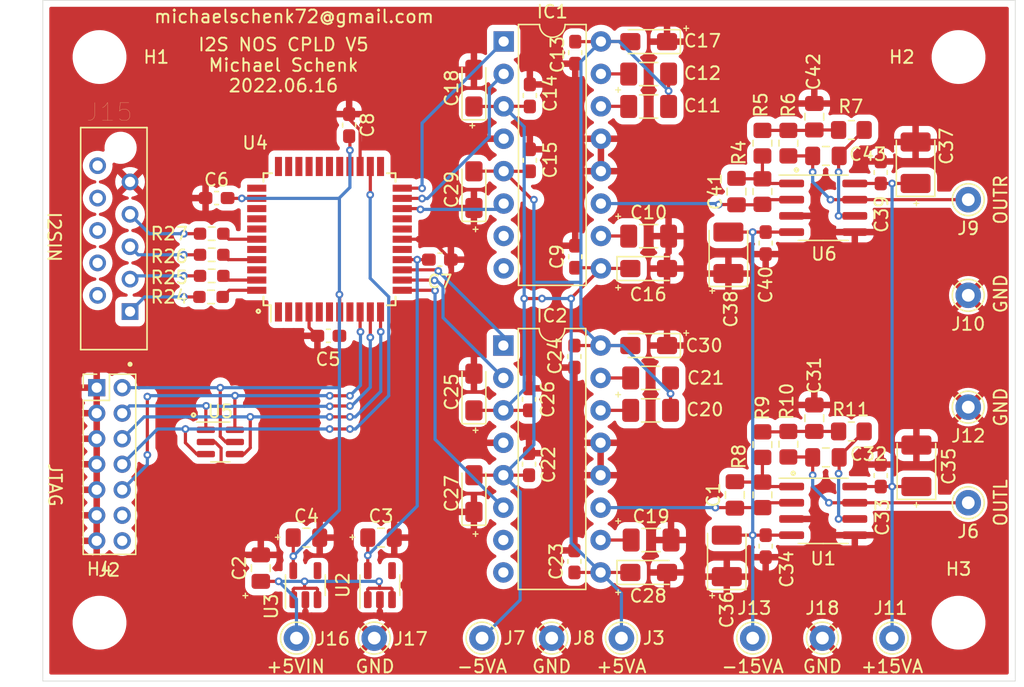
<source format=kicad_pcb>
(kicad_pcb (version 20211014) (generator pcbnew)
  (layers (0 "F.Cu" mixed) (31 "B.Cu" mixed) (34 "B.Paste" user) (35 "F.Paste" user) (36 "B.SilkS" user "B.Silkscreen") (37 "F.SilkS" user "F.Silkscreen") (38 "B.Mask" user) (39 "F.Mask" user) (44 "Edge.Cuts" user))
  (net 0 "")
  (net 1 "GND")
  (net 2 "+3V3")
  (net 3 "+1V8")
  (net 4 "Net-(C2-Pad1)")
  (net 5 "JTAG_TCK")
  (net 6 "JTAG_TDO")
  (net 7 "JTAG_TDI")
  (net 8 "JTAG_TMS")
  (net 9 "MCLK")
  (net 10 "BCK")
  (net 11 "LRCK")
  (net 12 "DATAIN")
  (net 13 "DATAOUTR")
  (net 14 "DATAOUTL")
  (net 15 "+5VA")
  (net 16 "Net-(C10-Pad1)")
  (net 17 "-5VA")
  (net 18 "Net-(C11-Pad1)")
  (net 19 "Net-(C12-Pad1)")
  (net 20 "-15V")
  (net 21 "+15V")
  (net 22 "Net-(C19-Pad1)")
  (net 23 "Net-(C20-Pad1)")
  (net 24 "Net-(C21-Pad1)")
  (net 25 "LEOUTR")
  (net 26 "CLKOUTR")
  (net 27 "LEOUTL")
  (net 28 "CLKOUTL")
  (net 29 "Net-(C1-Pad2)")
  (net 30 "Net-(C1-Pad1)")
  (net 31 "Net-(C31-Pad1)")
  (net 32 "Net-(C32-Pad2)")
  (net 33 "Net-(C32-Pad1)")
  (net 34 "Net-(C41-Pad2)")
  (net 35 "Net-(C41-Pad1)")
  (net 36 "Net-(C42-Pad1)")
  (net 37 "Net-(C43-Pad2)")
  (net 38 "Net-(C43-Pad1)")
  (net 39 "Net-(J15-Pad1)")
  (net 40 "Net-(J15-Pad3)")
  (net 41 "Net-(J15-Pad5)")
  (net 42 "Net-(J15-Pad7)")
  (footprint "MountingHole:MountingHole_3.2mm_M3" (layer "F.Cu") (at 113.03 66.04)
    (fp_text reference "H1")
    (fp_text value "MountingHole")
  )
  (footprint "MountingHole:MountingHole_3.2mm_M3" (layer "F.Cu") (at 113.03 110.363)
    (fp_text reference "H4")
    (fp_text value "MountingHole")
  )
  (footprint "kicad-snk:TE_CONN_RCPT_10POS_0.1_TIN_PCB" (layer "F.Cu") (at 115.421 85.982 90)
    (fp_text reference "J15")
    (fp_text value "A")
  )
  (footprint "Resistor_SMD:R_0603_1608Metric_Pad0.98x0.95mm_HandSolder" (layer "F.Cu") (at 121.7695 84.836)
    (fp_text reference "R24")
    (fp_text value "33R")
  )
  (footprint "Resistor_SMD:R_0603_1608Metric_Pad0.98x0.95mm_HandSolder" (layer "F.Cu") (at 121.8165 83.185)
    (fp_text reference "R25")
    (fp_text value "33R")
  )
  (footprint "Resistor_SMD:R_0603_1608Metric_Pad0.98x0.95mm_HandSolder" (layer "F.Cu") (at 121.8165 81.534)
    (fp_text reference "R26")
    (fp_text value "33R")
  )
  (footprint "Resistor_SMD:R_0603_1608Metric_Pad0.98x0.95mm_HandSolder" (layer "F.Cu") (at 121.8165 79.883)
    (fp_text reference "R27")
    (fp_text value "33R")
  )
  (footprint "MountingHole:MountingHole_3.2mm_M3" (layer "F.Cu") (at 180.34 110.363)
    (fp_text reference "H3")
    (fp_text value "MountingHole")
  )
  (footprint "MountingHole:MountingHole_3.2mm_M3" (layer "F.Cu") (at 180.34 66.04)
    (fp_text reference "H2")
    (fp_text value "MountingHole")
  )
  (footprint "Capacitor_SMD:C_0603_1608Metric_Pad1.08x0.95mm_HandSolder" (layer "F.Cu") (at 130.9635 87.884)
    (fp_text reference "C5")
    (fp_text value "100nF")
  )
  (footprint "Package_QFP:TQFP-44_10x10mm_P0.8mm" (layer "F.Cu") (at 131.049 80.315 90)
    (fp_text reference "U4")
    (fp_text value "XC2C64A-xVQ44")
  )
  (footprint "Capacitor_SMD:C_0603_1608Metric_Pad1.08x0.95mm_HandSolder" (layer "F.Cu") (at 122.2005 77.089)
    (fp_text reference "C6")
    (fp_text value "100nF")
  )
  (footprint "Capacitor_SMD:C_0603_1608Metric_Pad1.08x0.95mm_HandSolder" (layer "F.Cu") (at 139.7 81.915 180)
    (fp_text reference "C7")
    (fp_text value "100nF")
  )
  (footprint "Capacitor_SMD:C_0603_1608Metric_Pad1.08x0.95mm_HandSolder" (layer "F.Cu") (at 132.588 71.374 -90)
    (fp_text reference "C8")
    (fp_text value "100nF")
  )
  (footprint "Connector_PinHeader_2.00mm:PinHeader_2x07_P2.00mm_Vertical" (layer "F.Cu") (at 112.808 91.948)
    (fp_text reference "J2")
    (fp_text value "Conn_02x07_Odd_Even")
  )
  (footprint "Package_SO:SC-74-6_1.5x2.9mm_P0.95mm" (layer "F.Cu") (at 122.497 96.2025)
    (fp_text reference "U5")
    (fp_text value "CM1293A−04SO")
  )
  (footprint "Connector_Pin:Pin_D1.0mm_L10.0mm" (layer "F.Cu") (at 181.102 84.709)
    (fp_text reference "J10")
    (fp_text value "GND")
  )
  (footprint "Connector_Pin:Pin_D1.0mm_L10.0mm" (layer "F.Cu") (at 175.133 111.5695)
    (fp_text reference "J11")
    (fp_text value "+15VAIN")
  )
  (footprint "Connector_Pin:Pin_D1.0mm_L10.0mm" (layer "F.Cu") (at 164.211 111.5695)
    (fp_text reference "J13")
    (fp_text value "-15VAIN")
  )
  (footprint "Connector_Pin:Pin_D1.0mm_L10.0mm" (layer "F.Cu") (at 169.672 111.5695)
    (fp_text reference "J18")
    (fp_text value "GND")
  )
  (footprint "Capacitor_SMD:C_1206_3216Metric_Pad1.33x1.80mm_HandSolder" (layer "F.Cu") (at 156.2485 103.886)
    (fp_text reference "C19")
    (fp_text value "100uF")
  )
  (footprint "Capacitor_SMD:C_1206_3216Metric_Pad1.33x1.80mm_HandSolder" (layer "F.Cu") (at 156.21 93.726)
    (fp_text reference "C20")
    (fp_text value "100uF")
  )
  (footprint "Capacitor_SMD:C_1206_3216Metric_Pad1.33x1.80mm_HandSolder" (layer "F.Cu") (at 156.21 91.186)
    (fp_text reference "C21")
    (fp_text value "100uF")
  )
  (footprint "Package_DIP:DIP-16_W7.62mm" (layer "F.Cu") (at 144.674 88.646)
    (fp_text reference "IC2")
    (fp_text value "PCM1702P")
  )
  (footprint "Connector_Pin:Pin_D1.0mm_L10.0mm" (layer "F.Cu") (at 181.102 100.965)
    (fp_text reference "J6")
    (fp_text value "OUT")
  )
  (footprint "Connector_Pin:Pin_D1.0mm_L10.0mm" (layer "F.Cu") (at 181.102 93.472)
    (fp_text reference "J12")
    (fp_text value "GND")
  )
  (footprint "Capacitor_SMD:C_0805_2012Metric_Pad1.18x1.45mm_HandSolder" (layer "F.Cu") (at 162.814 100.3515 90)
    (fp_text reference "C1")
    (fp_text value "220pF")
  )
  (footprint "Capacitor_SMD:C_0805_2012Metric_Pad1.18x1.45mm_HandSolder" (layer "F.Cu") (at 169.037 94.3395 90)
    (fp_text reference "C31")
    (fp_text value "2n2")
  )
  (footprint "Capacitor_SMD:C_0805_2012Metric_Pad1.18x1.45mm_HandSolder" (layer "F.Cu") (at 169.9475 97.409)
    (fp_text reference "C32")
    (fp_text value "560p")
  )
  (footprint "Capacitor_Tantalum_SMD:CP_EIA-3528-21_Kemet-B_Pad1.50x2.35mm_HandSolder" (layer "F.Cu") (at 177.038 98.07 90)
    (fp_text reference "C35")
    (fp_text value "10uF/25V")
  )
  (footprint "Capacitor_Tantalum_SMD:CP_EIA-3528-21_Kemet-B_Pad1.50x2.35mm_HandSolder" (layer "F.Cu") (at 162.179 105.13 90)
    (fp_text reference "C36")
    (fp_text value "10uF/25V")
  )
  (footprint "Resistor_SMD:R_0805_2012Metric_Pad1.20x1.40mm_HandSolder" (layer "F.Cu") (at 164.973 100.346 -90)
    (fp_text reference "R8")
    (fp_text value "2.5k")
  )
  (footprint "Resistor_SMD:R_0805_2012Metric_Pad1.20x1.40mm_HandSolder" (layer "F.Cu") (at 164.973 96.409 -90)
    (fp_text reference "R9")
    (fp_text value "4.7k")
  )
  (footprint "Resistor_SMD:R_0805_2012Metric_Pad1.20x1.40mm_HandSolder" (layer "F.Cu") (at 167.005 96.377 -90)
    (fp_text reference "R10")
    (fp_text value "4.7k")
  )
  (footprint "Resistor_SMD:R_0805_2012Metric_Pad1.20x1.40mm_HandSolder" (layer "F.Cu") (at 171.942 95.377 180)
    (fp_text reference "R11")
    (fp_text value "2k")
  )
  (footprint "Capacitor_SMD:C_0603_1608Metric_Pad1.08x0.95mm_HandSolder" (layer "F.Cu") (at 174.244 98.8325 90)
    (fp_text reference "C33")
    (fp_text value "100nF")
  )
  (footprint "Capacitor_SMD:C_0603_1608Metric_Pad1.08x0.95mm_HandSolder" (layer "F.Cu") (at 165.227 104.3675 90)
    (fp_text reference "C34")
    (fp_text value "100nF")
  )
  (footprint "Package_SO:SOIC-8_3.9x4.9mm_P1.27mm" (layer "F.Cu") (at 169.737 101.6)
    (fp_text reference "U1")
    (fp_text value "OPA1612")
  )
  (footprint "Capacitor_Tantalum_SMD:CP_EIA-3216-18_Kemet-A_Pad1.58x1.35mm_HandSolder" (layer "F.Cu") (at 142.367 92.2885 90)
    (fp_text reference "C25")
    (fp_text value "10uF/10V")
  )
  (footprint "Capacitor_Tantalum_SMD:CP_EIA-3216-18_Kemet-A_Pad1.58x1.35mm_HandSolder" (layer "F.Cu") (at 142.367 100.2435 90)
    (fp_text reference "C27")
    (fp_text value "10uF/10V")
  )
  (footprint "Capacitor_Tantalum_SMD:CP_EIA-3216-18_Kemet-A_Pad1.58x1.35mm_HandSolder" (layer "F.Cu") (at 156.06 106.426)
    (fp_text reference "C28")
    (fp_text value "10uF/25V")
  )
  (footprint "Capacitor_Tantalum_SMD:CP_EIA-3216-18_Kemet-A_Pad1.58x1.35mm_HandSolder" (layer "F.Cu") (at 156.06 88.646 180)
    (fp_text reference "C30")
    (fp_text value "10uF/25V")
  )
  (footprint "Capacitor_Tantalum_SMD:CP_EIA-3216-18_Kemet-A_Pad1.58x1.35mm_HandSolder" (layer "F.Cu") (at 156.06 82.6135)
    (fp_text reference "C16")
    (fp_text value "10uF/10V")
  )
  (footprint "Capacitor_Tantalum_SMD:CP_EIA-3216-18_Kemet-A_Pad1.58x1.35mm_HandSolder" (layer "F.Cu") (at 156.06 64.8335 180)
    (fp_text reference "C17")
    (fp_text value "10uF/10V")
  )
  (footprint "Capacitor_Tantalum_SMD:CP_EIA-3216-18_Kemet-A_Pad1.58x1.35mm_HandSolder" (layer "F.Cu") (at 142.367 68.476 90)
    (fp_text reference "C18")
    (fp_text value "10uF/10V")
  )
  (footprint "Capacitor_Tantalum_SMD:CP_EIA-3216-18_Kemet-A_Pad1.58x1.35mm_HandSolder" (layer "F.Cu") (at 142.367 76.431 90)
    (fp_text reference "C29")
    (fp_text value "10uF/25V")
  )
  (footprint "Capacitor_Tantalum_SMD:CP_EIA-3528-21_Kemet-B_Pad1.50x2.35mm_HandSolder" (layer "F.Cu") (at 176.9745 74.321 90)
    (fp_text reference "C37")
    (fp_text value "10uF/25V")
  )
  (footprint "Resistor_SMD:R_0805_2012Metric_Pad1.20x1.40mm_HandSolder" (layer "F.Cu") (at 171.942 71.755 180)
    (fp_text reference "R7")
    (fp_text value "2k")
  )
  (footprint "Resistor_SMD:R_0805_2012Metric_Pad1.20x1.40mm_HandSolder" (layer "F.Cu") (at 164.973 76.581 -90)
    (fp_text reference "R4")
    (fp_text value "2.5k")
  )
  (footprint "Capacitor_SMD:C_0603_1608Metric_Pad1.08x0.95mm_HandSolder" (layer "F.Cu") (at 150.3045 81.6875 90)
    (fp_text reference "C9")
    (fp_text value "100nF")
  )
  (footprint "Capacitor_SMD:C_0603_1608Metric_Pad1.08x0.95mm_HandSolder" (layer "F.Cu") (at 146.685 92.8635 90)
    (fp_text reference "C26")
    (fp_text value "100nF")
  )
  (footprint "Capacitor_SMD:C_0603_1608Metric_Pad1.08x0.95mm_HandSolder" (layer "F.Cu") (at 150.241 89.5085 -90)
    (fp_text reference "C24")
    (fp_text value "100nF")
  )
  (footprint "Package_SO:SOIC-8_3.9x4.9mm_P1.27mm" (layer "F.Cu") (at 169.7355 77.851)
    (fp_text reference "U6")
    (fp_text value "OPA1612")
  )
  (footprint "Capacitor_SMD:C_0603_1608Metric_Pad1.08x0.95mm_HandSolder" (layer "F.Cu") (at 150.241 105.5635 90)
    (fp_text reference "C23")
    (fp_text value "100nF")
  )
  (footprint "Capacitor_SMD:C_0603_1608Metric_Pad1.08x0.95mm_HandSolder" (layer "F.Cu") (at 146.685 97.9435 90)
    (fp_text reference "C22")
    (fp_text value "100nF")
  )
  (footprint "Capacitor_SMD:C_0603_1608Metric_Pad1.08x0.95mm_HandSolder" (layer "F.Cu") (at 146.7485 74.131 90)
    (fp_text reference "C15")
    (fp_text value "100nF")
  )
  (footprint "Capacitor_SMD:C_0603_1608Metric_Pad1.08x0.95mm_HandSolder" (layer "F.Cu") (at 146.7485 69.051 90)
    (fp_text reference "C14")
    (fp_text value "100nF")
  )
  (footprint "Capacitor_SMD:C_0805_2012Metric_Pad1.18x1.45mm_HandSolder" (layer "F.Cu") (at 169.9475 73.787)
    (fp_text reference "C43")
    (fp_text value "560p")
  )
  (footprint "Resistor_SMD:R_0805_2012Metric_Pad1.20x1.40mm_HandSolder" (layer "F.Cu") (at 164.973 72.787 -90)
    (fp_text reference "R5")
    (fp_text value "4.7k")
  )
  (footprint "Capacitor_SMD:C_0805_2012Metric_Pad1.18x1.45mm_HandSolder" (layer "F.Cu") (at 169.037 70.7175 90)
    (fp_text reference "C42")
    (fp_text value "2n2")
  )
  (footprint "Resistor_SMD:R_0805_2012Metric_Pad1.20x1.40mm_HandSolder" (layer "F.Cu") (at 167.005 72.787 -90)
    (fp_text reference "R6")
    (fp_text value "4.7k")
  )
  (footprint "Capacitor_SMD:C_0805_2012Metric_Pad1.18x1.45mm_HandSolder" (layer "F.Cu") (at 162.941 76.581 90)
    (fp_text reference "C41")
    (fp_text value "220pF")
  )
  (footprint "Capacitor_SMD:C_0603_1608Metric_Pad1.08x0.95mm_HandSolder" (layer "F.Cu") (at 165.227 80.6185 90)
    (fp_text reference "C40")
    (fp_text value "100nF")
  )
  (footprint "Capacitor_SMD:C_0603_1608Metric_Pad1.08x0.95mm_HandSolder" (layer "F.Cu") (at 150.3045 65.696 -90)
    (fp_text reference "C13")
    (fp_text value "100nF")
  )
  (footprint "Capacitor_SMD:C_0603_1608Metric_Pad1.08x0.95mm_HandSolder" (layer "F.Cu") (at 174.244 75.0835 90)
    (fp_text reference "C39")
    (fp_text value "100nF")
  )
  (footprint "Capacitor_Tantalum_SMD:CP_EIA-3528-21_Kemet-B_Pad1.50x2.35mm_HandSolder" (layer "F.Cu") (at 162.306 81.381 90)
    (fp_text reference "C38")
    (fp_text value "10uF/25V")
  )
  (footprint "Package_DIP:DIP-16_W7.62mm" (layer "F.Cu") (at 144.698501 64.821001)
    (fp_text reference "IC1")
    (fp_text value "PCM1702P")
  )
  (footprint "Capacitor_SMD:C_1206_3216Metric_Pad1.33x1.80mm_HandSolder" (layer "F.Cu") (at 156.058 80.0735)
    (fp_text reference "C10")
    (fp_text value "100uF")
  )
  (footprint "Capacitor_SMD:C_1206_3216Metric_Pad1.33x1.80mm_HandSolder" (layer "F.Cu") (at 156.058 69.9135)
    (fp_text reference "C11")
    (fp_text value "100uF")
  )
  (footprint "Capacitor_SMD:C_1206_3216Metric_Pad1.33x1.80mm_HandSolder" (layer "F.Cu") (at 156.058 67.3735)
    (fp_text reference "C12")
    (fp_text value "100uF")
  )
  (footprint "Connector_Pin:Pin_D1.0mm_L10.0mm" (layer "F.Cu") (at 153.924 111.5695)
    (fp_text reference "J3")
    (fp_text value "+5VAIN")
  )
  (footprint "Connector_Pin:Pin_D1.0mm_L10.0mm" (layer "F.Cu") (at 143.002 111.5695)
    (fp_text reference "J7")
    (fp_text value "-5VAIN")
  )
  (footprint "Connector_Pin:Pin_D1.0mm_L10.0mm" (layer "F.Cu") (at 148.463 111.5695)
    (fp_text reference "J8")
    (fp_text value "GND")
  )
  (footprint "Connector_Pin:Pin_D1.0mm_L10.0mm" (layer "F.Cu") (at 181.102 77.216)
    (fp_text reference "J9")
    (fp_text value "OUT")
  )
  (footprint "Connector_Pin:Pin_D1.0mm_L10.0mm" (layer "F.Cu") (at 128.4605 111.5695)
    (fp_text reference "J16")
    (fp_text value "+5VIN")
  )
  (footprint "Connector_Pin:Pin_D1.0mm_L10.0mm" (layer "F.Cu") (at 134.5565 111.5695)
    (fp_text reference "J17")
    (fp_text value "GND")
  )
  (footprint "Package_TO_SOT_SMD:SOT-23-5" (layer "F.Cu") (at 134.9985 107.4215 90)
    (fp_text reference "U2")
    (fp_text value "TC1185-1.8VCT713")
  )
  (footprint "Package_TO_SOT_SMD:SOT-23-5" (layer "F.Cu") (at 129.1615 107.4215 90)
    (fp_text reference "U3")
    (fp_text value "TC1185-3.3VCT713")
  )
  (footprint "Capacitor_SMD:C_0805_2012Metric_Pad1.18x1.45mm_HandSolder" (layer "F.Cu") (at 125.6665 106.087 90)
    (fp_text reference "C2")
    (fp_text value "10uF/6.3V")
  )
  (footprint "Capacitor_SMD:C_0805_2012Metric_Pad1.18x1.45mm_HandSolder" (layer "F.Cu") (at 135.086 103.6955)
    (fp_text reference "C3")
    (fp_text value "10uF/6.3V")
  )
  (footprint "Capacitor_SMD:C_0805_2012Metric_Pad1.18x1.45mm_HandSolder" (layer "F.Cu") (at 129.244 103.6955)
    (fp_text reference "C4")
    (fp_text value "10uF/6.3V")
  )
  (gr_line (start 108.585 114.935) (end 108.585 61.595) (layer "Edge.Cuts") (width 0.05))
  (gr_line (start 184.785 114.935) (end 108.585 114.935) (layer "Edge.Cuts") (width 0.05))
  (gr_line (start 184.785 61.595) (end 184.785 114.935) (layer "Edge.Cuts") (width 0.05))
  (gr_line (start 108.585 61.595) (end 184.785 61.595) (layer "Edge.Cuts") (width 0.05))
  (gr_text "I2SIN" (at 109.474 80.137 270) (layer "F.SilkS") (effects (font (size 1 1))))
  (gr_text "GND" (at 148.463 113.792) (layer "F.SilkS") (effects (font (size 1 1))))
  (gr_text "+5VA" (at 153.924 113.792) (layer "F.SilkS") (effects (font (size 1 1))))
  (gr_text "GND" (at 169.672 113.792) (layer "F.SilkS") (effects (font (size 1 1))))
  (gr_text "-15VA" (at 164.211 113.792) (layer "F.SilkS") (effects (font (size 1 1))))
  (gr_text "+15VA" (at 175.133 113.792) (layer "F.SilkS") (effects (font (size 1 1))))
  (gr_text "JTAG" (at 109.5375 99.568 270) (layer "F.SilkS") (effects (font (size 1 1))))
  (gr_text "-5VA" (at 143.002 113.792) (layer "F.SilkS") (effects (font (size 1 1))))
  (gr_text "I2S NOS CPLD V5\nMichael Schenk\n2022.06.16" (at 127.4445 66.675) (layer "F.SilkS") (effects (font (size 1 1))))
  (gr_text "GND" (at 183.642 84.582 90) (layer "F.SilkS") (effects (font (size 1 1))))
  (gr_text "OUTR" (at 183.642 77.216 90) (layer "F.SilkS") (effects (font (size 1 1))))
  (gr_text "GND" (at 183.642 93.472 90) (layer "F.SilkS") (effects (font (size 1 1))))
  (gr_text "OUTL" (at 183.642 100.965 90) (layer "F.SilkS") (effects (font (size 1 1))))
  (gr_text "+" (at 142.494 103.378) (layer "F.SilkS") (effects (font (size 0.5 0.5) (thickness 0.1))))
  (gr_text "GND" (at 134.62 113.792) (layer "F.SilkS") (effects (font (size 1 1))))
  (gr_text "+" (at 153.67 107.95) (layer "F.SilkS") (effects (font (size 0.5 0.5) (thickness 0.1))))
  (gr_text "michaelschenk72@gmail.com" (at 128.27 62.865) (layer "F.SilkS") (effects (font (size 1 1))))
  (gr_text "+" (at 127 103.632) (layer "F.SilkS") (effects (font (size 0.5 0.5) (thickness 0.1))))
  (gr_text "+" (at 153.67 92.456) (layer "F.SilkS") (effects (font (size 0.5 0.5) (thickness 0.1))))
  (gr_text "+" (at 161.036 108.204) (layer "F.SilkS") (effects (font (size 0.5 0.5) (thickness 0.1))))
  (gr_text "°" (at 125.476 86.36) (layer "F.SilkS") (effects (font (size 1 1))))
  (gr_text "°" (at 120.396 94.488) (layer "F.SilkS") (effects (font (size 1 1))))
  (gr_text "+" (at 124.46 108.204) (layer "F.SilkS") (effects (font (size 0.5 0.5) (thickness 0.1))))
  (gr_text "+" (at 142.24 71.374) (layer "F.SilkS") (effects (font (size 0.5 0.5) (thickness 0.1))))
  (gr_text "+" (at 159.004 63.754) (layer "F.SilkS") (effects (font (size 0.5 0.5) (thickness 0.1))))
  (gr_text "+" (at 142.494 79.502) (layer "F.SilkS") (effects (font (size 0.5 0.5) (thickness 0.1))))
  (gr_text "°" (at 167.64 75.291) (layer "F.SilkS") (effects (font (size 1 1))))
  (gr_text "+" (at 153.67 78.486) (layer "F.SilkS") (effects (font (size 0.5 0.5) (thickness 0.1))))
  (gr_text "+" (at 161.036 84.328) (layer "F.SilkS") (effects (font (size 0.5 0.5) (thickness 0.1))))
  (gr_text "+" (at 132.842 103.632) (layer "F.SilkS") (effects (font (size 0.5 0.5) (thickness 0.1))))
  (gr_text "+" (at 153.67 68.58) (layer "F.SilkS") (effects (font (size 0.5 0.5) (thickness 0.1))))
  (gr_text "+5VIN" (at 128.397 113.792) (layer "F.SilkS") (effects (font (size 1 1))))
  (gr_text "+" (at 177.038 77.47) (layer "F.SilkS") (effects (font (size 0.5 0.5) (thickness 0.1))))
  (gr_text "+" (at 159.004 87.63) (layer "F.SilkS") (effects (font (size 0.5 0.5) (thickness 0.1))))
  (gr_text "+" (at 142.494 95.25) (layer "F.SilkS") (effects (font (size 0.5 0.5) (thickness 0.1))))
  (gr_text "+" (at 153.67 84.074) (layer "F.SilkS") (effects (font (size 0.5 0.5) (thickness 0.1))))
  (gr_text "°" (at 167.386 99.06) (layer "F.SilkS") (effects (font (size 1 1))))
  (gr_text "+" (at 177.038 101.092) (layer "F.SilkS") (effects (font (size 0.5 0.5) (thickness 0.1))))
  (gr_text "+" (at 153.67 102.362) (layer "F.SilkS") (effects (font (size 0.5 0.5) (thickness 0.1))))
  (segment (start 134.9985 108.5215) (end 134.9985 110.1065) (width 0.25) (layer "F.Cu") (net 1))
  (segment (start 129.1615 108.5215) (end 129.1615 109.7255) (width 0.25) (layer "F.Cu") (net 1))
  (segment (start 129.449 87.232) (end 129.449 86.015) (width 0.25) (layer "F.Cu") (net 1))
  (segment (start 122.072 96.2025) (end 122.555 96.6855) (width 0.25) (layer "F.Cu") (net 1))
  (segment (start 133.449 74.615) (end 133.449 71.76449) (width 0.25) (layer "F.Cu") (net 1))
  (segment (start 122.555 96.6855) (end 122.555 98.552) (width 0.25) (layer "F.Cu") (net 1))
  (segment (start 121.3595 96.2025) (end 122.072 96.2025) (width 0.25) (layer "F.Cu") (net 1))
  (segment (start 132.588 70.90349) (end 132.588 70.5115) (width 0.25) (layer "F.Cu") (net 1))
  (segment (start 138.9625 80.315) (end 140.5625 81.915) (width 0.25) (layer "F.Cu") (net 1))
  (segment (start 136.749 80.315) (end 138.9625 80.315) (width 0.25) (layer "F.Cu") (net 1))
  (segment (start 130.101 87.884) (end 129.449 87.232) (width 0.25) (layer "F.Cu") (net 1))
  (segment (start 133.449 71.76449) (end 132.588 70.90349) (width 0.25) (layer "F.Cu") (net 1))
  (segment (start 124.18 77.115) (end 123.089 77.115) (width 0.25) (layer "F.Cu") (net 2))
  (segment (start 132.649 73.345) (end 132.649 72.2975) (width 0.25) (layer "F.Cu") (net 2))
  (segment (start 128.2115 105.151) (end 128.2115 103.7005) (width 0.25) (layer "F.Cu") (net 2))
  (segment (start 128.2115 103.7005) (end 128.2065 103.6955) (width 0.25) (layer "F.Cu") (net 2))
  (segment (start 128.2115 106.3215) (end 128.2115 105.151) (width 0.25) (layer "F.Cu") (net 2))
  (segment (start 131.826 87.884) (end 131.826 86.038) (width 0.25) (layer "F.Cu") (net 2))
  (segment (start 123.089 77.115) (end 123.063 77.089) (width 0.25) (layer "F.Cu") (net 2))
  (segment (start 131.826 86.038) (end 131.849 86.015) (width 0.25) (layer "F.Cu") (net 2))
  (segment (start 125.349 77.115) (end 124.18 77.115) (width 0.25) (layer "F.Cu") (net 2))
  (segment (start 131.849 84.6685) (end 131.826 84.6455) (width 0.25) (layer "F.Cu") (net 2))
  (segment (start 122.4915 95.772) (end 122.4915 91.948) (width 0.25) (layer "F.Cu") (net 2))
  (segment (start 132.649 74.615) (end 132.649 73.345) (width 0.25) (layer "F.Cu") (net 2))
  (segment (start 122.922 96.2025) (end 122.4915 95.772) (width 0.25) (layer "F.Cu") (net 2))
  (segment (start 123.6345 96.2025) (end 122.922 96.2025) (width 0.25) (layer "F.Cu") (net 2))
  (segment (start 131.849 86.015) (end 131.849 84.6685) (width 0.25) (layer "F.Cu") (net 2))
  (segment (start 132.649 72.2975) (end 132.588 72.2365) (width 0.25) (layer "F.Cu") (net 2))
  (via (at 128.2115 105.151) (size 0.6) (drill 0.3) (layers "F.Cu" "B.Cu") (net 2))
  (via (at 124.18 77.115) (size 0.6) (drill 0.3) (layers "F.Cu" "B.Cu") (net 2))
  (via (at 132.649 73.345) (size 0.6) (drill 0.3) (layers "F.Cu" "B.Cu") (net 2))
  (via (at 122.4915 91.948) (size 0.6) (drill 0.3) (layers "F.Cu" "B.Cu") (net 2))
  (via (at 131.826 84.6455) (size 0.6) (drill 0.3) (layers "F.Cu" "B.Cu") (net 2))
  (segment (start 124.18 77.115) (end 131.7885 77.115) (width 0.25) (layer "B.Cu") (net 2))
  (segment (start 132.649 76.2545) (end 132.649 73.345) (width 0.25) (layer "B.Cu") (net 2))
  (segment (start 131.826 84.6455) (end 131.826 77.1525) (width 0.25) (layer "B.Cu") (net 2))
  (segment (start 131.7885 77.115) (end 132.649 76.2545) (width 0.25) (layer "B.Cu") (net 2))
  (segment (start 122.4915 91.948) (end 131.826 91.948) (width 0.25) (layer "B.Cu") (net 2))
  (segment (start 131.826 91.948) (end 131.826 101.5365) (width 0.25) (layer "B.Cu") (net 2))
  (segment (start 131.826 84.6455) (end 131.826 91.948) (width 0.25) (layer "B.Cu") (net 2))
  (segment (start 131.826 77.1525) (end 131.7885 77.115) (width 0.25) (layer "B.Cu") (net 2))
  (segment (start 131.826 101.5365) (end 128.2115 105.151) (width 0.25) (layer "B.Cu") (net 2))
  (segment (start 114.808 91.948) (end 122.4915 91.948) (width 0.25) (layer "B.Cu") (net 2))
  (segment (start 137.922 81.915) (end 138.8375 81.915) (width 0.25) (layer "F.Cu") (net 3))
  (segment (start 134.0485 105.0925) (end 134.0485 103.6955) (width 0.25) (layer "F.Cu") (net 3))
  (segment (start 134.0485 106.3215) (end 134.0485 105.0925) (width 0.25) (layer "F.Cu") (net 3))
  (segment (start 136.749 81.915) (end 137.922 81.915) (width 0.25) (layer "F.Cu") (net 3))
  (via (at 134.0485 105.0925) (size 0.6) (drill 0.3) (layers "F.Cu" "B.Cu") (net 3))
  (via (at 137.922 81.915) (size 0.6) (drill 0.3) (layers "F.Cu" "B.Cu") (net 3))
  (segment (start 137.922 101.219) (end 134.0485 105.0925) (width 0.25) (layer "B.Cu") (net 3))
  (segment (start 137.922 81.915) (end 137.922 101.219) (width 0.25) (layer "B.Cu") (net 3))
  (segment (start 127.0635 107.1245) (end 125.6665 107.1245) (width 0.25) (layer "F.Cu") (net 4))
  (segment (start 128.286501 107.666499) (end 129.129499 107.666499) (width 0.25) (layer "F.Cu") (net 4))
  (segment (start 129.0955 107.6325) (end 129.129499 107.666499) (width 0.25) (layer "F.Cu") (net 4))
  (segment (start 129.129499 107.666499) (end 130.036499 107.666499) (width 0.25) (layer "F.Cu") (net 4))
  (segment (start 129.0955 107.1245) (end 129.0955 107.6325) (width 0.25) (layer "F.Cu") (net 4))
  (segment (start 134.971499 107.666499) (end 135.873499 107.666499) (width 0.25) (layer "F.Cu") (net 4))
  (segment (start 134.123501 107.666499) (end 134.971499 107.666499) (width 0.25) (layer "F.Cu") (net 4))
  (segment (start 134.971499 107.158499) (end 134.9375 107.1245) (width 0.25) (layer "F.Cu") (net 4))
  (segment (start 134.971499 107.666499) (end 134.971499 107.158499) (width 0.25) (layer "F.Cu") (net 4))
  (segment (start 134.0485 108.5215) (end 134.0485 107.7415) (width 0.25) (layer "F.Cu") (net 4))
  (segment (start 134.0485 107.7415) (end 134.123501 107.666499) (width 0.25) (layer "F.Cu") (net 4))
  (segment (start 135.873499 107.666499) (end 135.9485 107.7415) (width 0.25) (layer "F.Cu") (net 4))
  (segment (start 135.9485 107.7415) (end 135.9485 108.5215) (width 0.25) (layer "F.Cu") (net 4))
  (segment (start 128.2115 108.5215) (end 128.2115 107.7415) (width 0.25) (layer "F.Cu") (net 4))
  (segment (start 128.2115 107.7415) (end 128.286501 107.666499) (width 0.25) (layer "F.Cu") (net 4))
  (segment (start 130.036499 107.666499) (end 130.1115 107.7415) (width 0.25) (layer "F.Cu") (net 4))
  (segment (start 130.1115 107.7415) (end 130.1115 108.5215) (width 0.25) (layer "F.Cu") (net 4))
  (via (at 127.0635 107.1245) (size 0.6) (drill 0.3) (layers "F.Cu" "B.Cu") (net 4))
  (via (at 129.0955 107.1245) (size 0.6) (drill 0.3) (layers "F.Cu" "B.Cu") (net 4))
  (via (at 134.9375 107.1245) (size 0.6) (drill 0.3) (layers "F.Cu" "B.Cu") (net 4))
  (segment (start 128.4605 111.5695) (end 128.4605 108.5215) (width 0.25) (layer "B.Cu") (net 4))
  (segment (start 128.4605 108.5215) (end 127.0635 107.1245) (width 0.25) (layer "B.Cu") (net 4))
  (segment (start 129.0955 107.1245) (end 127.0635 107.1245) (width 0.25) (layer "B.Cu") (net 4))
  (segment (start 134.9375 107.1245) (end 129.0955 107.1245) (width 0.25) (layer "B.Cu") (net 4))
  (segment (start 135.049 87.551) (end 135.0645 87.5665) (width 0.25) (layer "F.Cu") (net 5))
  (segment (start 124.841 96.6585) (end 124.841 94.234) (width 0.25) (layer "F.Cu") (net 5))
  (segment (start 135.049 86.015) (end 135.049 87.551) (width 0.25) (layer "F.Cu") (net 5))
  (segment (start 131.064 94.234) (end 132.6515 94.234) (width 0.25) (layer "F.Cu") (net 5))
  (segment (start 123.6345 97.1525) (end 124.347 97.1525) (width 0.25) (layer "F.Cu") (net 5))
  (segment (start 124.347 97.1525) (end 124.841 96.6585) (width 0.25) (layer "F.Cu") (net 5))
  (via (at 132.6515 94.234) (size 0.6) (drill 0.3) (layers "F.Cu" "B.Cu") (net 5))
  (via (at 135.0645 87.5665) (size 0.6) (drill 0.3) (layers "F.Cu" "B.Cu") (net 5))
  (via (at 124.841 94.234) (size 0.6) (drill 0.3) (layers "F.Cu" "B.Cu") (net 5))
  (via (at 131.064 94.234) (size 0.6) (drill 0.3) (layers "F.Cu" "B.Cu") (net 5))
  (segment (start 133.075764 94.234) (end 135.0645 92.245264) (width 0.25) (layer "B.Cu") (net 5))
  (segment (start 116.522 94.234) (end 114.808 95.948) (width 0.25) (layer "B.Cu") (net 5))
  (segment (start 132.6515 94.234) (end 133.075764 94.234) (width 0.25) (layer "B.Cu") (net 5))
  (segment (start 124.841 94.234) (end 131.064 94.234) (width 0.25) (layer "B.Cu") (net 5))
  (segment (start 135.0645 92.245264) (end 135.0645 87.5665) (width 0.25) (layer "B.Cu") (net 5))
  (segment (start 124.841 94.234) (end 116.522 94.234) (width 0.25) (layer "B.Cu") (net 5))
  (segment (start 134.249 74.615) (end 134.249 76.825) (width 0.25) (layer "F.Cu") (net 6))
  (segment (start 121.3595 97.1525) (end 120.647 97.1525) (width 0.25) (layer "F.Cu") (net 6))
  (segment (start 134.249 76.825) (end 134.239 76.835) (width 0.25) (layer "F.Cu") (net 6))
  (segment (start 119.761 96.2665) (end 119.761 95.1865) (width 0.25) (layer "F.Cu") (net 6))
  (segment (start 131.064 95.1865) (end 132.6515 95.1865) (width 0.25) (layer "F.Cu") (net 6))
  (segment (start 120.647 97.1525) (end 119.761 96.2665) (width 0.25) (layer "F.Cu") (net 6))
  (via (at 134.239 76.835) (size 0.6) (drill 0.3) (layers "F.Cu" "B.Cu") (net 6))
  (via (at 132.6515 95.1865) (size 0.6) (drill 0.3) (layers "F.Cu" "B.Cu") (net 6))
  (via (at 131.064 95.1865) (size 0.6) (drill 0.3) (layers "F.Cu" "B.Cu") (net 6))
  (via (at 119.761 95.1865) (size 0.6) (drill 0.3) (layers "F.Cu" "B.Cu") (net 6))
  (segment (start 117.5695 95.1865) (end 114.808 97.948) (width 0.25) (layer "B.Cu") (net 6))
  (segment (start 134.239 83.3755) (end 134.239 76.835) (width 0.25) (layer "B.Cu") (net 6))
  (segment (start 135.689501 92.572763) (end 135.689501 84.826001) (width 0.25) (layer "B.Cu") (net 6))
  (segment (start 119.761 95.1865) (end 131.064 95.1865) (width 0.25) (layer "B.Cu") (net 6))
  (segment (start 133.075764 95.1865) (end 135.689501 92.572763) (width 0.25) (layer "B.Cu") (net 6))
  (segment (start 119.761 95.1865) (end 117.5695 95.1865) (width 0.25) (layer "B.Cu") (net 6))
  (segment (start 135.689501 84.826001) (end 134.239 83.3755) (width 0.25) (layer "B.Cu") (net 6))
  (segment (start 132.6515 95.1865) (end 133.075764 95.1865) (width 0.25) (layer "B.Cu") (net 6))
  (segment (start 116.7765 92.6465) (end 116.7765 97.2185) (width 0.25) (layer "F.Cu") (net 7))
  (segment (start 133.449 86.015) (end 133.449 87.5385) (width 0.25) (layer "F.Cu") (net 7))
  (segment (start 123.6345 92.583) (end 123.6445 92.573) (width 0.25) (layer "F.Cu") (net 7))
  (segment (start 133.449 87.5385) (end 133.477 87.5665) (width 0.25) (layer "F.Cu") (net 7))
  (segment (start 123.6345 95.2525) (end 123.6345 92.583) (width 0.25) (layer "F.Cu") (net 7))
  (segment (start 131.064 92.583) (end 132.6515 92.583) (width 0.25) (layer "F.Cu") (net 7))
  (via (at 133.477 87.5665) (size 0.6) (drill 0.3) (layers "F.Cu" "B.Cu") (net 7))
  (via (at 116.7765 92.6465) (size 0.6) (drill 0.3) (layers "F.Cu" "B.Cu") (net 7))
  (via (at 116.7765 97.2185) (size 0.6) (drill 0.3) (layers "F.Cu" "B.Cu") (net 7))
  (via (at 132.6515 92.583) (size 0.6) (drill 0.3) (layers "F.Cu" "B.Cu") (net 7))
  (via (at 131.064 92.583) (size 0.6) (drill 0.3) (layers "F.Cu" "B.Cu") (net 7))
  (via (at 123.6445 92.573) (size 0.6) (drill 0.3) (layers "F.Cu" "B.Cu") (net 7))
  (segment (start 116.85 92.573) (end 123.6445 92.573) (width 0.25) (layer "B.Cu") (net 7))
  (segment (start 116.7765 97.9795) (end 114.808 99.948) (width 0.25) (layer "B.Cu") (net 7))
  (segment (start 123.6445 92.573) (end 131.054 92.573) (width 0.25) (layer "B.Cu") (net 7))
  (segment (start 133.477 87.5665) (end 133.477 91.7575) (width 0.25) (layer "B.Cu") (net 7))
  (segment (start 131.054 92.573) (end 131.064 92.583) (width 0.25) (layer "B.Cu") (net 7))
  (segment (start 116.7765 97.2185) (end 116.7765 97.9795) (width 0.25) (layer "B.Cu") (net 7))
  (segment (start 133.477 91.7575) (end 132.6515 92.583) (width 0.25) (layer "B.Cu") (net 7))
  (segment (start 116.85 92.573) (end 116.7765 92.6465) (width 0.25) (layer "B.Cu") (net 7))
  (segment (start 134.249 86.015) (end 134.249 88.006126) (width 0.25) (layer "F.Cu") (net 8))
  (segment (start 131.089497 93.383003) (end 131.064 93.4085) (width 0.25) (layer "F.Cu") (net 8))
  (segment (start 121.3595 93.3975) (end 121.383997 93.373003) (width 0.25) (layer "F.Cu") (net 8))
  (segment (start 121.3595 95.2525) (end 121.3595 93.3975) (width 0.25) (layer "F.Cu") (net 8))
  (segment (start 134.249 88.006126) (end 134.246895 88.008231) (width 0.25) (layer "F.Cu") (net 8))
  (segment (start 132.6515 93.383003) (end 131.089497 93.383003) (width 0.25) (layer "F.Cu") (net 8))
  (via (at 121.383997 93.373003) (size 0.6) (drill 0.3) (layers "F.Cu" "B.Cu") (net 8))
  (via (at 134.246895 88.008231) (size 0.6) (drill 0.3) (layers "F.Cu" "B.Cu") (net 8))
  (via (at 132.6515 93.383003) (size 0.6) (drill 0.3) (layers "F.Cu" "B.Cu") (net 8))
  (via (at 131.064 93.4085) (size 0.6) (drill 0.3) (layers "F.Cu" "B.Cu") (net 8))
  (segment (start 121.419494 93.4085) (end 121.383997 93.373003) (width 0.25) (layer "B.Cu") (net 8))
  (segment (start 115.382997 93.373003) (end 121.383997 93.373003) (width 0.25) (layer "B.Cu") (net 8))
  (segment (start 131.064 93.4085) (end 121.419494 93.4085) (width 0.25) (layer "B.Cu") (net 8))
  (segment (start 115.382997 93.373003) (end 114.808 93.948) (width 0.25) (layer "B.Cu") (net 8))
  (segment (start 134.246895 88.008231) (end 134.246895 91.912607) (width 0.25) (layer "B.Cu") (net 8))
  (segment (start 132.776499 93.383003) (end 132.6515 93.383003) (width 0.25) (layer "B.Cu") (net 8))
  (segment (start 134.246895 91.912607) (end 132.776499 93.383003) (width 0.25) (layer "B.Cu") (net 8))
  (segment (start 125.349 84.315) (end 123.203 84.315) (width 0.25) (layer "F.Cu") (net 9))
  (segment (start 123.203 84.315) (end 122.682 84.836) (width 0.25) (layer "F.Cu") (net 9))
  (segment (start 123.059 83.515) (end 122.729 83.185) (width 0.25) (layer "F.Cu") (net 10))
  (segment (start 125.349 83.515) (end 123.059 83.515) (width 0.25) (layer "F.Cu") (net 10))
  (segment (start 125.349 81.915) (end 123.11 81.915) (width 0.25) (layer "F.Cu") (net 11))
  (segment (start 123.11 81.915) (end 122.729 81.534) (width 0.25) (layer "F.Cu") (net 11))
  (segment (start 123.161 80.315) (end 125.349 80.315) (width 0.25) (layer "F.Cu") (net 12))
  (segment (start 122.729 79.883) (end 123.161 80.315) (width 0.25) (layer "F.Cu") (net 12))
  (segment (start 138.291 76.315) (end 138.303 76.327) (width 0.25) (layer "F.Cu") (net 13))
  (segment (start 136.749 76.315) (end 138.291 76.315) (width 0.25) (layer "F.Cu") (net 13))
  (via (at 138.303 76.327) (size 0.6) (drill 0.3) (layers "F.Cu" "B.Cu") (net 13))
  (segment (start 144.698501 64.821001) (end 138.303 71.216502) (width 0.25) (layer "B.Cu") (net 13))
  (segment (start 138.303 71.216502) (end 138.303 76.327) (width 0.25) (layer "B.Cu") (net 13))
  (segment (start 139.484 82.715) (end 139.573 82.804) (width 0.25) (layer "F.Cu") (net 14))
  (segment (start 136.749 82.715) (end 139.484 82.715) (width 0.25) (layer "F.Cu") (net 14))
  (via (at 139.573 82.804) (size 0.6) (drill 0.3) (layers "F.Cu" "B.Cu") (net 14))
  (segment (start 139.573 82.804) (end 144.674 87.905) (width 0.25) (layer "B.Cu") (net 14))
  (segment (start 144.674 87.905) (end 144.674 88.646) (width 0.25) (layer "B.Cu") (net 14))
  (segment (start 152.294 106.426) (end 154.6225 106.426) (width 0.25) (layer "F.Cu") (net 15))
  (segment (start 147.701 84.963) (end 146.304 84.963) (width 0.25) (layer "F.Cu") (net 15))
  (segment (start 152.318501 82.601001) (end 149.987 84.932502) (width 0.25) (layer "F.Cu") (net 15))
  (segment (start 149.987 84.932502) (end 149.987 84.963) (width 0.25) (layer "F.Cu") (net 15))
  (segment (start 150.241 106.426) (end 152.294 106.426) (width 0.25) (layer "F.Cu") (net 15))
  (segment (start 144.674 93.726) (end 142.367 93.726) (width 0.25) (layer "F.Cu") (net 15))
  (segment (start 146.685 93.726) (end 144.674 93.726) (width 0.25) (layer "F.Cu") (net 15))
  (segment (start 144.698501 69.901001) (end 146.736001 69.901001) (width 0.25) (layer "F.Cu") (net 15))
  (segment (start 146.736001 69.901001) (end 146.7485 69.9135) (width 0.25) (layer "F.Cu") (net 15))
  (segment (start 142.367 69.9135) (end 144.686002 69.9135) (width 0.25) (layer "F.Cu") (net 15))
  (segment (start 144.686002 69.9135) (end 144.698501 69.901001) (width 0.25) (layer "F.Cu") (net 15))
  (segment (start 152.318501 82.601001) (end 154.610001 82.601001) (width 0.25) (layer "F.Cu") (net 15))
  (segment (start 154.610001 82.601001) (end 154.6225 82.6135) (width 0.25) (layer "F.Cu") (net 15))
  (segment (start 150.3045 82.55) (end 152.2675 82.55) (width 0.25) (layer "F.Cu") (net 15))
  (segment (start 152.2675 82.55) (end 152.318501 82.601001) (width 0.25) (layer "F.Cu") (net 15))
  (via (at 146.304 84.963) (size 0.6) (drill 0.3) (layers "F.Cu" "B.Cu") (net 15))
  (via (at 147.701 84.963) (size 0.6) (drill 0.3) (layers "F.Cu" "B.Cu") (net 15))
  (via (at 149.987 84.963) (size 0.6) (drill 0.3) (layers "F.Cu" "B.Cu") (net 15))
  (segment (start 146.304 71.5065) (end 146.304 84.963) (width 0.25) (layer "B.Cu") (net 15))
  (segment (start 146.304 84.963) (end 146.304 92.096) (width 0.25) (layer "B.Cu") (net 15))
  (segment (start 149.987 84.963) (end 147.701 84.963) (width 0.25) (layer "B.Cu") (net 15))
  (segment (start 149.987 104.119) (end 152.294 106.426) (width 0.25) (layer "B.Cu") (net 15))
  (segment (start 149.987 84.963) (end 149.987 104.119) (width 0.25) (layer "B.Cu") (net 15))
  (segment (start 146.304 92.096) (end 144.674 93.726) (width 0.25) (layer "B.Cu") (net 15))
  (segment (start 144.698501 69.901001) (end 146.304 71.5065) (width 0.25) (layer "B.Cu") (net 15))
  (segment (start 153.924 111.5695) (end 153.924 108.056) (width 0.25) (layer "B.Cu") (net 15))
  (segment (start 153.924 108.056) (end 152.294 106.426) (width 0.25) (layer "B.Cu") (net 15))
  (segment (start 152.318501 80.061001) (end 154.483001 80.061001) (width 0.25) (layer "F.Cu") (net 16))
  (segment (start 154.483001 80.061001) (end 154.4955 80.0735) (width 0.25) (layer "F.Cu") (net 16))
  (segment (start 144.698501 74.981001) (end 146.9335 77.216) (width 0.25) (layer "F.Cu") (net 17))
  (segment (start 146.9335 77.216) (end 147.066 77.216) (width 0.25) (layer "F.Cu") (net 17))
  (segment (start 144.674 98.806) (end 146.685 98.806) (width 0.25) (layer "F.Cu") (net 17))
  (segment (start 142.367 98.806) (end 144.674 98.806) (width 0.25) (layer "F.Cu") (net 17))
  (segment (start 152.294 88.646) (end 154.6225 88.646) (width 0.25) (layer "F.Cu") (net 17))
  (segment (start 150.241 88.646) (end 152.294 88.646) (width 0.25) (layer "F.Cu") (net 17))
  (segment (start 144.698501 74.981001) (end 142.379499 74.981001) (width 0.25) (layer "F.Cu") (net 17))
  (segment (start 142.379499 74.981001) (end 142.367 74.9935) (width 0.25) (layer "F.Cu") (net 17))
  (segment (start 146.7485 74.9935) (end 144.711 74.9935) (width 0.25) (layer "F.Cu") (net 17))
  (segment (start 144.711 74.9935) (end 144.698501 74.981001) (width 0.25) (layer "F.Cu") (net 17))
  (segment (start 152.318501 64.821001) (end 154.610001 64.821001) (width 0.25) (layer "F.Cu") (net 17))
  (segment (start 154.610001 64.821001) (end 154.6225 64.8335) (width 0.25) (layer "F.Cu") (net 17))
  (segment (start 150.3045 64.8335) (end 152.306002 64.8335) (width 0.25) (layer "F.Cu") (net 17))
  (segment (start 152.306002 64.8335) (end 152.318501 64.821001) (width 0.25) (layer "F.Cu") (net 17))
  (segment (start 157.7725 92.4175) (end 157.7725 91.186) (width 0.25) (layer "F.Cu") (net 17))
  (segment (start 157.7725 93.726) (end 157.7725 92.4175) (width 0.25) (layer "F.Cu") (net 17))
  (segment (start 157.6205 68.6935) (end 157.6205 69.9135) (width 0.25) (layer "F.Cu") (net 17))
  (segment (start 157.6205 67.3735) (end 157.6205 68.6935) (width 0.25) (layer "F.Cu") (net 17))
  (via (at 147.066 77.216) (size 0.6) (drill 0.3) (layers "F.Cu" "B.Cu") (net 17))
  (via (at 157.7725 92.4175) (size 0.6) (drill 0.3) (layers "F.Cu" "B.Cu") (net 17))
  (via (at 157.6205 68.6935) (size 0.6) (drill 0.3) (layers "F.Cu" "B.Cu") (net 17))
  (segment (start 150.749 83.693) (end 150.749 87.101) (width 0.25) (layer "B.Cu") (net 17))
  (segment (start 150.749 66.390502) (end 150.749 83.693) (width 0.25) (layer "B.Cu") (net 17))
  (segment (start 147.066 83.693) (end 147.066 96.414) (width 0.25) (layer "B.Cu") (net 17))
  (segment (start 147.066 77.216) (end 147.066 83.693) (width 0.25) (layer "B.Cu") (net 17))
  (segment (start 150.749 83.693) (end 147.066 83.693) (width 0.25) (layer "B.Cu") (net 17))
  (segment (start 152.294 88.646) (end 154.001 88.646) (width 0.25) (layer "B.Cu") (net 17))
  (segment (start 154.001 88.646) (end 157.7725 92.4175) (width 0.25) (layer "B.Cu") (net 17))
  (segment (start 152.318501 64.821001) (end 153.748001 64.821001) (width 0.25) (layer "B.Cu") (net 17))
  (segment (start 153.748001 64.821001) (end 157.6205 68.6935) (width 0.25) (layer "B.Cu") (net 17))
  (segment (start 144.674 98.806) (end 147.013 96.467) (width 0.25) (layer "B.Cu") (net 17))
  (segment (start 147.066 96.414) (end 147.013 96.467) (width 0.25) (layer "B.Cu") (net 17))
  (segment (start 150.749 87.101) (end 152.294 88.646) (width 0.25) (layer "B.Cu") (net 17))
  (segment (start 152.318501 64.821001) (end 150.749 66.390502) (width 0.25) (layer "B.Cu") (net 17))
  (segment (start 144.674 98.806) (end 145.9865 100.1185) (width 0.25) (layer "B.Cu") (net 17))
  (segment (start 145.9865 100.1185) (end 145.9865 108.585) (width 0.25) (layer "B.Cu") (net 17))
  (segment (start 145.9865 108.585) (end 143.002 111.5695) (width 0.25) (layer "B.Cu") (net 17))
  (segment (start 152.318501 69.901001) (end 154.483001 69.901001) (width 0.25) (layer "F.Cu") (net 18))
  (segment (start 154.483001 69.901001) (end 154.4955 69.9135) (width 0.25) (layer "F.Cu") (net 18))
  (segment (start 152.318501 67.361001) (end 154.483001 67.361001) (width 0.25) (layer "F.Cu") (net 19))
  (segment (start 154.483001 67.361001) (end 154.4955 67.3735) (width 0.25) (layer "F.Cu") (net 19))
  (segment (start 164.211 79.756) (end 162.306 79.756) (width 0.25) (layer "F.Cu") (net 20))
  (segment (start 165.227 79.756) (end 164.211 79.756) (width 0.25) (layer "F.Cu") (net 20))
  (segment (start 167.2605 79.756) (end 165.227 79.756) (width 0.25) (layer "F.Cu") (net 20))
  (segment (start 164.211 103.505) (end 165.227 103.505) (width 0.25) (layer "F.Cu") (net 20))
  (segment (start 165.227 103.505) (end 167.262 103.505) (width 0.25) (layer "F.Cu") (net 20))
  (segment (start 162.179 103.505) (end 164.211 103.505) (width 0.25) (layer "F.Cu") (net 20))
  (via (at 164.211 79.756) (size 0.6) (drill 0.3) (layers "F.Cu" "B.Cu") (net 20))
  (via (at 164.211 103.505) (size 0.6) (drill 0.3) (layers "F.Cu" "B.Cu") (net 20))
  (segment (start 164.211 103.505) (end 164.211 79.756) (width 0.25) (layer "B.Cu") (net 20))
  (segment (start 164.211 111.5695) (end 164.211 103.505) (width 0.25) (layer "B.Cu") (net 20))
  (segment (start 175.133 75.946) (end 176.9745 75.946) (width 0.25) (layer "F.Cu") (net 21))
  (segment (start 174.244 75.946) (end 175.133 75.946) (width 0.25) (layer "F.Cu") (net 21))
  (segment (start 172.2105 75.946) (end 174.244 75.946) (width 0.25) (layer "F.Cu") (net 21))
  (segment (start 175.26 99.695) (end 177.038 99.695) (width 0.25) (layer "F.Cu") (net 21))
  (segment (start 174.244 99.695) (end 175.26 99.695) (width 0.25) (layer "F.Cu") (net 21))
  (segment (start 172.212 99.695) (end 174.244 99.695) (width 0.25) (layer "F.Cu") (net 21))
  (via (at 175.133 75.946) (size 0.6) (drill 0.3) (layers "F.Cu" "B.Cu") (net 21))
  (via (at 175.133 99.695) (size 0.6) (drill 0.3) (layers "F.Cu" "B.Cu") (net 21))
  (segment (start 175.133 99.695) (end 175.133 75.946) (width 0.25) (layer "B.Cu") (net 21))
  (segment (start 175.133 111.5695) (end 175.133 99.695) (width 0.25) (layer "B.Cu") (net 21))
  (segment (start 154.686 103.886) (end 152.294 103.886) (width 0.25) (layer "F.Cu") (net 22))
  (segment (start 154.6475 93.726) (end 152.294 93.726) (width 0.25) (layer "F.Cu") (net 23))
  (segment (start 154.6475 91.186) (end 152.294 91.186) (width 0.25) (layer "F.Cu") (net 24))
  (segment (start 138.113 77.915) (end 138.176 77.978) (width 0.25) (layer "F.Cu") (net 25))
  (segment (start 136.749 77.915) (end 138.113 77.915) (width 0.25) (layer "F.Cu") (net 25))
  (via (at 138.176 77.978) (size 0.6) (drill 0.3) (layers "F.Cu" "B.Cu") (net 25))
  (segment (start 144.241502 77.978) (end 144.698501 77.521001) (width 0.25) (layer "B.Cu") (net 25))
  (segment (start 138.176 77.978) (end 144.241502 77.978) (width 0.25) (layer "B.Cu") (net 25))
  (segment (start 138.290997 77.115) (end 138.303 77.127003) (width 0.25) (layer "F.Cu") (net 26))
  (segment (start 136.749 77.115) (end 138.290997 77.115) (width 0.25) (layer "F.Cu") (net 26))
  (via (at 138.303 77.127003) (size 0.6) (drill 0.3) (layers "F.Cu" "B.Cu") (net 26))
  (segment (start 143.5735 72.280767) (end 143.5735 68.486002) (width 0.25) (layer "B.Cu") (net 26))
  (segment (start 143.5735 68.486002) (end 144.698501 67.361001) (width 0.25) (layer "B.Cu") (net 26))
  (segment (start 138.727264 77.127003) (end 143.5735 72.280767) (width 0.25) (layer "B.Cu") (net 26))
  (segment (start 138.303 77.127003) (end 138.727264 77.127003) (width 0.25) (layer "B.Cu") (net 26))
  (segment (start 136.749 84.315) (end 139.289398 84.315) (width 0.25) (layer "F.Cu") (net 27))
  (segment (start 139.289398 84.315) (end 139.319969 84.345571) (width 0.25) (layer "F.Cu") (net 27))
  (via (at 139.319969 84.345571) (size 0.6) (drill 0.3) (layers "F.Cu" "B.Cu") (net 27))
  (segment (start 139.319969 95.991969) (end 144.674 101.346) (width 0.25) (layer "B.Cu") (net 27))
  (segment (start 139.319969 84.345571) (end 139.319969 95.991969) (width 0.25) (layer "B.Cu") (net 27))
  (segment (start 139.244103 83.515) (end 139.275887 83.546784) (width 0.25) (layer "F.Cu") (net 28))
  (segment (start 136.749 83.515) (end 139.244103 83.515) (width 0.25) (layer "F.Cu") (net 28))
  (via (at 139.275887 83.546784) (size 0.6) (drill 0.3) (layers "F.Cu" "B.Cu") (net 28))
  (segment (start 139.446184 83.546784) (end 139.275887 83.546784) (width 0.25) (layer "B.Cu") (net 28))
  (segment (start 139.94497 86.45697) (end 139.94497 84.04557) (width 0.25) (layer "B.Cu") (net 28))
  (segment (start 144.674 91.186) (end 139.94497 86.45697) (width 0.25) (layer "B.Cu") (net 28))
  (segment (start 139.94497 84.04557) (end 139.446184 83.546784) (width 0.25) (layer "B.Cu") (net 28))
  (segment (start 164.973 99.346) (end 164.973 97.409) (width 0.25) (layer "F.Cu") (net 29))
  (segment (start 164.973 99.346) (end 162.846 99.346) (width 0.25) (layer "F.Cu") (net 29))
  (segment (start 162.846 99.346) (end 162.814 99.314) (width 0.25) (layer "F.Cu") (net 29))
  (segment (start 167.262 99.695) (end 165.322 99.695) (width 0.25) (layer "F.Cu") (net 29))
  (segment (start 165.322 99.695) (end 164.973 99.346) (width 0.25) (layer "F.Cu") (net 29))
  (segment (start 161.29 101.346) (end 162.771 101.346) (width 0.25) (layer "F.Cu") (net 30))
  (segment (start 162.771 101.346) (end 162.814 101.389) (width 0.25) (layer "F.Cu") (net 30))
  (segment (start 164.973 101.346) (end 162.857 101.346) (width 0.25) (layer "F.Cu") (net 30))
  (segment (start 162.857 101.346) (end 162.814 101.389) (width 0.25) (layer "F.Cu") (net 30))
  (segment (start 167.262 100.965) (end 165.354 100.965) (width 0.25) (layer "F.Cu") (net 30))
  (segment (start 165.354 100.965) (end 164.973 101.346) (width 0.25) (layer "F.Cu") (net 30))
  (via (at 161.29 101.346) (size 0.6) (drill 0.3) (layers "F.Cu" "B.Cu") (net 30))
  (segment (start 152.294 101.346) (end 161.29 101.346) (width 0.25) (layer "B.Cu") (net 30))
  (segment (start 169.037 95.377) (end 170.942 95.377) (width 0.25) (layer "F.Cu") (net 31))
  (segment (start 167.005 95.377) (end 169.037 95.377) (width 0.25) (layer "F.Cu") (net 31))
  (segment (start 164.973 95.409) (end 166.973 95.409) (width 0.25) (layer "F.Cu") (net 31))
  (segment (start 166.973 95.409) (end 167.005 95.377) (width 0.25) (layer "F.Cu") (net 31))
  (segment (start 170.985 97.409) (end 170.985 97.334) (width 0.25) (layer "F.Cu") (net 32))
  (segment (start 170.985 97.334) (end 172.942 95.377) (width 0.25) (layer "F.Cu") (net 32))
  (segment (start 170.942 102.235) (end 172.212 102.235) (width 0.25) (layer "F.Cu") (net 32))
  (segment (start 170.985 97.409) (end 170.985 98.636) (width 0.25) (layer "F.Cu") (net 32))
  (segment (start 170.985 98.636) (end 170.942 98.679) (width 0.25) (layer "F.Cu") (net 32))
  (via (at 170.942 102.235) (size 0.6) (drill 0.3) (layers "F.Cu" "B.Cu") (net 32))
  (via (at 170.942 98.679) (size 0.6) (drill 0.3) (layers "F.Cu" "B.Cu") (net 32))
  (segment (start 170.942 98.679) (end 170.942 102.235) (width 0.25) (layer "B.Cu") (net 32))
  (segment (start 172.212 100.965) (end 181.102 100.965) (width 0.25) (layer "F.Cu") (net 33))
  (segment (start 167.005 97.377) (end 168.878 97.377) (width 0.25) (layer "F.Cu") (net 33))
  (segment (start 168.878 97.377) (end 168.91 97.409) (width 0.25) (layer "F.Cu") (net 33))
  (segment (start 168.91 98.806) (end 168.91 97.409) (width 0.25) (layer "F.Cu") (net 33))
  (segment (start 172.212 100.965) (end 170.18 100.965) (width 0.25) (layer "F.Cu") (net 33))
  (via (at 168.91 98.806) (size 0.6) (drill 0.3) (layers "F.Cu" "B.Cu") (net 33))
  (via (at 170.18 100.965) (size 0.6) (drill 0.3) (layers "F.Cu" "B.Cu") (net 33))
  (segment (start 168.91 99.695) (end 168.91 98.806) (width 0.25) (layer "B.Cu") (net 33))
  (segment (start 170.18 100.965) (end 168.91 99.695) (width 0.25) (layer "B.Cu") (net 33))
  (segment (start 164.973 75.581) (end 164.973 73.787) (width 0.25) (layer "F.Cu") (net 34))
  (segment (start 164.973 75.581) (end 162.9785 75.581) (width 0.25) (layer "F.Cu") (net 34))
  (segment (start 162.9785 75.581) (end 162.941 75.5435) (width 0.25) (layer "F.Cu") (net 34))
  (segment (start 167.2605 75.946) (end 165.338 75.946) (width 0.25) (layer "F.Cu") (net 34))
  (segment (start 165.338 75.946) (end 164.973 75.581) (width 0.25) (layer "F.Cu") (net 34))
  (segment (start 167.2605 77.216) (end 165.338 77.216) (width 0.25) (layer "F.Cu") (net 35))
  (segment (start 165.338 77.216) (end 164.973 77.581) (width 0.25) (layer "F.Cu") (net 35))
  (segment (start 162.941 77.6185) (end 164.9355 77.6185) (width 0.25) (layer "F.Cu") (net 35))
  (segment (start 164.9355 77.6185) (end 164.973 77.581) (width 0.25) (layer "F.Cu") (net 35))
  (segment (start 161.544 77.597) (end 162.9195 77.597) (width 0.25) (layer "F.Cu") (net 35))
  (segment (start 162.9195 77.597) (end 162.941 77.6185) (width 0.25) (layer "F.Cu") (net 35))
  (via (at 161.544 77.597) (size 0.6) (drill 0.3) (layers "F.Cu" "B.Cu") (net 35))
  (segment (start 152.318501 77.521001) (end 161.468001 77.521001) (width 0.25) (layer "B.Cu") (net 35))
  (segment (start 161.468001 77.521001) (end 161.544 77.597) (width 0.25) (layer "B.Cu") (net 35))
  (segment (start 169.037 71.755) (end 170.942 71.755) (width 0.25) (layer "F.Cu") (net 36))
  (segment (start 167.005 71.787) (end 169.005 71.787) (width 0.25) (layer "F.Cu") (net 36))
  (segment (start 169.005 71.787) (end 169.037 71.755) (width 0.25) (layer "F.Cu") (net 36))
  (segment (start 164.973 71.787) (end 167.005 71.787) (width 0.25) (layer "F.Cu") (net 36))
  (segment (start 170.942 75.057) (end 170.942 73.83) (width 0.25) (layer "F.Cu") (net 37))
  (segment (start 170.942 73.83) (end 170.985 73.787) (width 0.25) (layer "F.Cu") (net 37))
  (segment (start 172.2105 78.486) (end 170.942 78.486) (width 0.25) (layer "F.Cu") (net 37))
  (segment (start 170.985 73.787) (end 170.985 73.712) (width 0.25) (layer "F.Cu") (net 37))
  (segment (start 170.985 73.712) (end 172.942 71.755) (width 0.25) (layer "F.Cu") (net 37))
  (via (at 170.942 75.057) (size 0.6) (drill 0.3) (layers "F.Cu" "B.Cu") (net 37))
  (via (at 170.942 78.486) (size 0.6) (drill 0.3) (layers "F.Cu" "B.Cu") (net 37))
  (segment (start 170.942 78.486) (end 170.942 75.057) (width 0.25) (layer "B.Cu") (net 37))
  (segment (start 172.2105 77.216) (end 181.102 77.216) (width 0.25) (layer "F.Cu") (net 38))
  (segment (start 168.91 75.057) (end 168.91 73.787) (width 0.25) (layer "F.Cu") (net 38))
  (segment (start 172.2105 77.216) (end 170.307 77.216) (width 0.25) (layer "F.Cu") (net 38))
  (segment (start 167.005 73.787) (end 168.91 73.787) (width 0.25) (layer "F.Cu") (net 38))
  (via (at 168.91 75.057) (size 0.6) (drill 0.3) (layers "F.Cu" "B.Cu") (net 38))
  (via (at 170.307 77.216) (size 0.6) (drill 0.3) (layers "F.Cu" "B.Cu") (net 38))
  (segment (start 168.91 75.819) (end 168.91 75.057) (width 0.25) (layer "B.Cu") (net 38))
  (segment (start 170.307 77.216) (end 168.91 75.819) (width 0.25) (layer "B.Cu") (net 38))
  (segment (start 120.857 84.836) (end 119.634 84.836) (width 0.25) (layer "F.Cu") (net 39))
  (via (at 119.634 84.836) (size 0.6) (drill 0.3) (layers "F.Cu" "B.Cu") (net 39))
  (segment (start 119.634 84.836) (end 116.567 84.836) (width 0.25) (layer "B.Cu") (net 39))
  (segment (start 116.567 84.836) (end 115.421 85.982) (width 0.25) (layer "B.Cu") (net 39))
  (segment (start 120.904 83.185) (end 119.634 83.185) (width 0.25) (layer "F.Cu") (net 40))
  (via (at 119.634 83.185) (size 0.6) (drill 0.3) (layers "F.Cu" "B.Cu") (net 40))
  (segment (start 119.634 83.185) (end 115.678 83.185) (width 0.25) (layer "B.Cu") (net 40))
  (segment (start 115.678 83.185) (end 115.421 83.442) (width 0.25) (layer "B.Cu") (net 40))
  (segment (start 120.904 81.534) (end 119.634 81.534) (width 0.25) (layer "F.Cu") (net 41))
  (via (at 119.634 81.534) (size 0.6) (drill 0.3) (layers "F.Cu" "B.Cu") (net 41))
  (segment (start 116.053 81.534) (end 115.421 80.902) (width 0.25) (layer "B.Cu") (net 41))
  (segment (start 119.634 81.534) (end 116.053 81.534) (width 0.25) (layer "B.Cu") (net 41))
  (segment (start 120.904 79.883) (end 119.634 79.883) (width 0.25) (layer "F.Cu") (net 42))
  (via (at 119.634 79.883) (size 0.6) (drill 0.3) (layers "F.Cu" "B.Cu") (net 42))
  (segment (start 119.634 79.883) (end 116.942 79.883) (width 0.25) (layer "B.Cu") (net 42))
  (segment (start 116.942 79.883) (end 115.421 78.362) (width 0.25) (layer "B.Cu") (net 42))
  (zone (net 1) (net_name "GND") (layer "F.Cu") (connect_pads (clearance 0.508)) (min_thickness 0.254) (fill yes (thermal_gap 0.508) (thermal_bridge_width 0.508))
    (polygon (pts (xy 184.785 114.935) (xy 108.585 114.935) (xy 108.585 61.595) (xy 184.785 61.595)))
  )
)
</source>
